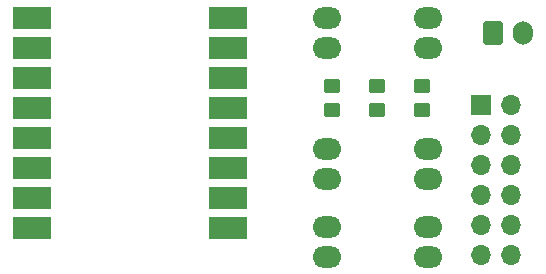
<source format=gbr>
%TF.GenerationSoftware,KiCad,Pcbnew,7.0.9*%
%TF.CreationDate,2024-02-01T18:41:03+01:00*%
%TF.ProjectId,PC-Power-Control,50432d50-6f77-4657-922d-436f6e74726f,rev?*%
%TF.SameCoordinates,Original*%
%TF.FileFunction,Soldermask,Top*%
%TF.FilePolarity,Negative*%
%FSLAX46Y46*%
G04 Gerber Fmt 4.6, Leading zero omitted, Abs format (unit mm)*
G04 Created by KiCad (PCBNEW 7.0.9) date 2024-02-01 18:41:03*
%MOMM*%
%LPD*%
G01*
G04 APERTURE LIST*
G04 Aperture macros list*
%AMRoundRect*
0 Rectangle with rounded corners*
0 $1 Rounding radius*
0 $2 $3 $4 $5 $6 $7 $8 $9 X,Y pos of 4 corners*
0 Add a 4 corners polygon primitive as box body*
4,1,4,$2,$3,$4,$5,$6,$7,$8,$9,$2,$3,0*
0 Add four circle primitives for the rounded corners*
1,1,$1+$1,$2,$3*
1,1,$1+$1,$4,$5*
1,1,$1+$1,$6,$7*
1,1,$1+$1,$8,$9*
0 Add four rect primitives between the rounded corners*
20,1,$1+$1,$2,$3,$4,$5,0*
20,1,$1+$1,$4,$5,$6,$7,0*
20,1,$1+$1,$6,$7,$8,$9,0*
20,1,$1+$1,$8,$9,$2,$3,0*%
G04 Aperture macros list end*
%ADD10RoundRect,0.250000X0.450000X-0.350000X0.450000X0.350000X-0.450000X0.350000X-0.450000X-0.350000X0*%
%ADD11O,2.454000X1.804000*%
%ADD12R,1.700000X1.700000*%
%ADD13O,1.700000X1.700000*%
%ADD14R,3.270000X1.960000*%
%ADD15RoundRect,0.250000X-0.450000X0.350000X-0.450000X-0.350000X0.450000X-0.350000X0.450000X0.350000X0*%
%ADD16RoundRect,0.250000X-0.600000X-0.750000X0.600000X-0.750000X0.600000X0.750000X-0.600000X0.750000X0*%
%ADD17O,1.700000X2.000000*%
G04 APERTURE END LIST*
D10*
%TO.C,RESET-RESISTOR1*%
X77089000Y-57277000D03*
X77089000Y-55277000D03*
%TD*%
D11*
%TO.C,RESET-SWITCH1*%
X72836000Y-60579000D03*
X72836000Y-63119000D03*
X81336000Y-63119000D03*
X81336000Y-60579000D03*
%TD*%
D12*
%TO.C,J1*%
X85852000Y-56896000D03*
D13*
X88392000Y-56896000D03*
X85852000Y-59436000D03*
X88392000Y-59436000D03*
X85852000Y-61976000D03*
X88392000Y-61976000D03*
X85852000Y-64516000D03*
X88392000Y-64516000D03*
X85852000Y-67056000D03*
X88392000Y-67056000D03*
X85852000Y-69596000D03*
X88392000Y-69596000D03*
%TD*%
D14*
%TO.C,ESP32-C3_SuperMini1*%
X47864000Y-49530000D03*
X47864000Y-52070000D03*
X47864000Y-54610000D03*
X47864000Y-57150000D03*
X47864000Y-59690000D03*
X47864000Y-62230000D03*
X47864000Y-64770000D03*
X47864000Y-67310000D03*
X64404000Y-49530000D03*
X64404000Y-52070000D03*
X64404000Y-54610000D03*
X64404000Y-57150000D03*
X64404000Y-59690000D03*
X64404000Y-62230000D03*
X64404000Y-64770000D03*
X64404000Y-67310000D03*
%TD*%
D15*
%TO.C,LED-RESISTOR1*%
X80899000Y-55277000D03*
X80899000Y-57277000D03*
%TD*%
%TO.C,POWER-RESISTOR1*%
X73279000Y-55277000D03*
X73279000Y-57277000D03*
%TD*%
D16*
%TO.C,POWER1*%
X86908000Y-50800000D03*
D17*
X89408000Y-50800000D03*
%TD*%
D11*
%TO.C,POWER-SWITCH1*%
X72836000Y-49530000D03*
X72836000Y-52070000D03*
X81336000Y-52070000D03*
X81336000Y-49530000D03*
%TD*%
%TO.C,LED-SWITCH1*%
X81339000Y-69723000D03*
X81339000Y-67183000D03*
X72839000Y-67183000D03*
X72839000Y-69723000D03*
%TD*%
M02*

</source>
